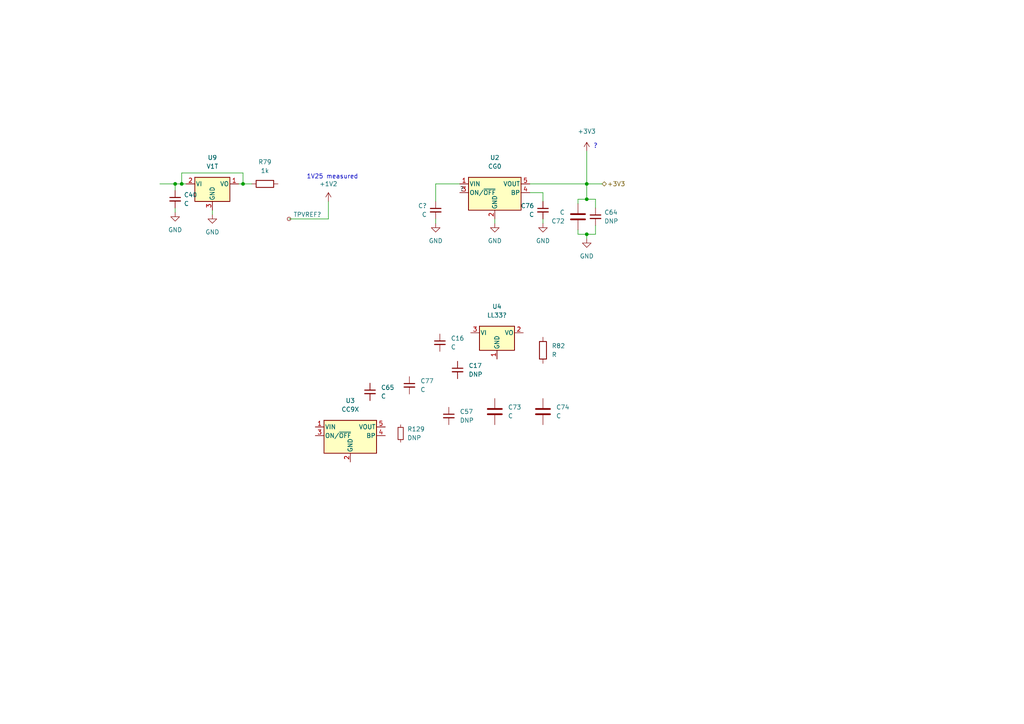
<source format=kicad_sch>
(kicad_sch (version 20230121) (generator eeschema)
  (paper "A4")
  (lib_symbols
    (symbol "Connector:TestPoint_Small" (pin_numbers hide) (pin_names (offset 0.762) hide)
      (property "Reference" "TP" (at 0 3.81 0))
      (property "Value" "TestPoint_Small" (at 0 2.032 0))
      (symbol "TestPoint_Small_0_1"
        (circle (center 0 0) (radius 0.508))
      )
      (symbol "TestPoint_Small_1_1"
        (pin passive line (at 0 0 90) (length 0) (name "1") (number "1"))
      )
    )
    (symbol "Device:C" (pin_numbers hide) (pin_names (offset 0.254))
      (property "Reference" "C" (at 0.635 2.54 0))
      (property "Value" "C" (at 0.635 -2.54 0))
      (symbol "C_0_1"
        (polyline (pts (xy -2.032 -0.762) (xy 2.032 -0.762)) (stroke (width 0.508)))
        (polyline (pts (xy -2.032 0.762) (xy 2.032 0.762)) (stroke (width 0.508)))
      )
      (symbol "C_1_1"
        (pin passive line (at 0 3.81 270) (length 2.794) (name "~") (number "1"))
        (pin passive line (at 0 -3.81 90) (length 2.794) (name "~") (number "2"))
      )
    )
    (symbol "Device:C_Small" (pin_numbers hide) (pin_names (offset 0.254) hide)
      (property "Reference" "C" (at 0.254 1.778 0))
      (property "Value" "C_Small" (at 0.254 -2.032 0))
      (symbol "C_Small_0_1"
        (polyline (pts (xy -1.524 -0.508) (xy 1.524 -0.508)) (stroke (width 0.3302)))
        (polyline (pts (xy -1.524 0.508) (xy 1.524 0.508)) (stroke (width 0.3048)))
      )
      (symbol "C_Small_1_1"
        (pin passive line (at 0 2.54 270) (length 2.032) (name "~") (number "1"))
        (pin passive line (at 0 -2.54 90) (length 2.032) (name "~") (number "2"))
      )
    )
    (symbol "Device:R" (pin_numbers hide) (pin_names (offset 0))
      (property "Reference" "R" (at 2.032 0 90))
      (property "Value" "R" (at 0 0 90))
      (symbol "R_0_1"
        (rectangle (start -1.016 -2.54) (end 1.016 2.54) (stroke (width 0.254)))
      )
      (symbol "R_1_1"
        (pin passive line (at 0 3.81 270) (length 1.27) (name "~") (number "1"))
        (pin passive line (at 0 -3.81 90) (length 1.27) (name "~") (number "2"))
      )
    )
    (symbol "Device:R_Small" (pin_numbers hide) (pin_names (offset 0.254) hide)
      (property "Reference" "R" (at 0.762 0.508 0))
      (property "Value" "R_Small" (at 0.762 -1.016 0))
      (symbol "R_Small_0_1"
        (rectangle (start -0.762 1.778) (end 0.762 -1.778) (stroke (width 0.2032)))
      )
      (symbol "R_Small_1_1"
        (pin passive line (at 0 2.54 270) (length 0.762) (name "~") (number "1"))
        (pin passive line (at 0 -2.54 90) (length 0.762) (name "~") (number "2"))
      )
    )
    (symbol "Regulator_Linear:AMS1117CD-3.3" (pin_names (offset 0.254))
      (property "Reference" "U" (at -3.81 3.175 0))
      (property "Value" "AMS1117CD-3.3" (at 0 3.175 0))
      (symbol "AMS1117CD-3.3_0_1"
        (rectangle (start -5.08 -5.08) (end 5.08 1.905) (stroke (width 0.254)) (fill (type background)))
      )
      (symbol "AMS1117CD-3.3_1_1"
        (pin power_in line (at 0 -7.62 90) (length 2.54) (name "GND") (number "1"))
        (pin power_out line (at 7.62 0 180) (length 2.54) (name "VO") (number "2"))
        (pin power_in line (at -7.62 0 0) (length 2.54) (name "VI") (number "3"))
      )
    )
    (symbol "Regulator_Linear:LM3480-3.3" (pin_names (offset 0.254))
      (property "Reference" "U" (at -3.81 3.175 0))
      (property "Value" "LM3480-3.3" (at 0 3.175 0))
      (symbol "LM3480-3.3_0_1"
        (rectangle (start -5.08 1.905) (end 5.08 -5.08) (stroke (width 0.254)) (fill (type background)))
      )
      (symbol "LM3480-3.3_1_1"
        (pin power_out line (at 7.62 0 180) (length 2.54) (name "VO") (number "1"))
        (pin power_in line (at -7.62 0 0) (length 2.54) (name "VI") (number "2"))
        (pin power_in line (at 0 -7.62 90) (length 2.54) (name "GND") (number "3"))
      )
    )
    (symbol "Regulator_Linear:LP2985-1.8" (pin_names (offset 0.254))
      (property "Reference" "U" (at -6.35 5.715 0))
      (property "Value" "LP2985-1.8" (at 0 5.715 0))
      (symbol "LP2985-1.8_0_1"
        (rectangle (start -7.62 -5.08) (end 7.62 4.445) (stroke (width 0.254)) (fill (type background)))
      )
      (symbol "LP2985-1.8_1_1"
        (pin power_in line (at -10.16 2.54 0) (length 2.54) (name "VIN") (number "1"))
        (pin power_in line (at 0 -7.62 90) (length 2.54) (name "GND") (number "2"))
        (pin input line (at -10.16 0 0) (length 2.54) (name "ON/~{OFF}") (number "3"))
        (pin input line (at 10.16 0 180) (length 2.54) (name "BP") (number "4"))
        (pin power_out line (at 10.16 2.54 180) (length 2.54) (name "VOUT") (number "5"))
      )
    )
    (symbol "power:+1V2" (power) (pin_names (offset 0))
      (property "Value" "+1V2" (at 0 3.556 0))
      (symbol "+1V2_0_1"
        (polyline (pts (xy -0.762 1.27) (xy 0 2.54)))
        (polyline (pts (xy 0 0) (xy 0 2.54)))
        (polyline (pts (xy 0 2.54) (xy 0.762 1.27)))
      )
      (symbol "+1V2_1_1"
        (pin power_in line (at 0 0 90) (length 0) hide (name "+1V2") (number "1"))
      )
    )
    (symbol "power:+3V3" (power) (pin_names (offset 0))
      (property "Value" "+3V3" (at 0 3.556 0))
      (symbol "+3V3_0_1"
        (polyline (pts (xy -0.762 1.27) (xy 0 2.54)))
        (polyline (pts (xy 0 0) (xy 0 2.54)))
        (polyline (pts (xy 0 2.54) (xy 0.762 1.27)))
      )
      (symbol "+3V3_1_1"
        (pin power_in line (at 0 0 90) (length 0) hide (name "+3V3") (number "1"))
      )
    )
    (symbol "power:GND" (power) (pin_names (offset 0))
      (property "Value" "GND" (at 0 -3.81 0))
      (symbol "GND_0_1"
        (polyline (pts (xy 0 0) (xy 0 -1.27) (xy 1.27 -1.27) (xy 0 -2.54) (xy -1.27 -1.27) (xy 0 -1.27)))
      )
      (symbol "GND_1_1"
        (pin power_in line (at 0 0 270) (length 0) hide (name "GND") (number "1"))
      )
    )
  )
  (junction (at 170.18 67.945))
  (junction (at 52.705 53.34))
  (junction (at 170.18 53.34))
  (junction (at 170.18 57.785))
  (junction (at 70.485 53.34))
  (junction (at 50.8 53.34))
  (wire (pts (xy 70.485 53.34) (xy 73.025 53.34)))
  (wire (pts (xy 126.365 58.42) (xy 126.365 53.34)))
  (wire (pts (xy 170.18 57.785) (xy 170.18 53.34)))
  (wire (pts (xy 153.67 53.34) (xy 170.18 53.34)))
  (wire (pts (xy 70.485 50.165) (xy 70.485 53.34)))
  (wire (pts (xy 167.64 59.055) (xy 167.64 57.785)))
  (wire (pts (xy 46.355 53.34) (xy 50.8 53.34)))
  (wire (pts (xy 50.8 53.34) (xy 50.8 55.245)))
  (wire (pts (xy 170.18 67.945) (xy 167.64 67.945)))
  (wire (pts (xy 61.595 60.96) (xy 61.595 62.23)))
  (wire (pts (xy 170.18 53.34) (xy 174.625 53.34)))
  (wire (pts (xy 143.51 63.5) (xy 143.51 64.77)))
  (wire (pts (xy 167.64 67.945) (xy 167.64 66.675)))
  (wire (pts (xy 53.975 53.34) (xy 52.705 53.34)))
  (wire (pts (xy 52.705 50.165) (xy 70.485 50.165)))
  (wire (pts (xy 172.72 67.945) (xy 172.72 65.405)))
  (wire (pts (xy 157.48 58.42) (xy 157.48 55.88)))
  (wire (pts (xy 126.365 63.5) (xy 126.365 64.77)))
  (wire (pts (xy 50.8 53.34) (xy 52.705 53.34)))
  (wire (pts (xy 70.485 53.34) (xy 69.215 53.34)))
  (wire (pts (xy 170.18 53.34) (xy 170.18 43.815)))
  (wire (pts (xy 157.48 55.88) (xy 153.67 55.88)))
  (wire (pts (xy 172.72 60.325) (xy 172.72 57.785)))
  (wire (pts (xy 83.82 63.5) (xy 95.25 63.5)))
  (wire (pts (xy 52.705 53.34) (xy 52.705 50.165)))
  (wire (pts (xy 50.8 60.325) (xy 50.8 61.595)))
  (wire (pts (xy 95.25 58.42) (xy 95.25 63.5)))
  (wire (pts (xy 157.48 63.5) (xy 157.48 64.77)))
  (wire (pts (xy 170.18 57.785) (xy 172.72 57.785)))
  (wire (pts (xy 172.72 67.945) (xy 170.18 67.945)))
  (wire (pts (xy 126.365 53.34) (xy 133.35 53.34)))
  (wire (pts (xy 170.18 67.945) (xy 170.18 69.215)))
  (wire (pts (xy 167.64 57.785) (xy 170.18 57.785)))
  (text "?" (at 172.085 43.18 0) (effects (font (size 1.27 1.27)) (justify left bottom)))
  (text "1V25 measured" (at 88.9 52.07 0) (effects (font (size 1.27 1.27)) (justify left bottom)))
  (label "?" (at 133.35 55.88 0))
  (hierarchical_label "+3V3" (shape bidirectional) (at 174.625 53.34 0))
  (symbol (lib_id "power:GND") (at 170.18 69.215 0) (unit 1)
    (property "Reference" "#PWR?" (effects hide))
    (property "Value" "GND" (at 170.18 74.295 0))
  )
  (symbol (lib_id "Device:C_Small") (at 107.315 113.665 0) (unit 1)
    (property "Reference" "C65" (at 110.49 112.4012 0) (effects (justify left)))
    (property "Value" "C" (at 110.49 114.9412 0) (effects (justify left)))
  )
  (symbol (lib_id "Connector:TestPoint_Small") (at 83.82 63.5 0) (unit 1)
    (property "Reference" "TPVREF?" (at 85.09 62.2299 0) (effects (justify left)))
    (property "Value" "TestPoint_Small" (effects hide))
  )
  (symbol (lib_id "Device:R") (at 157.48 101.6 0) (unit 1)
    (property "Reference" "R82" (at 160.02 100.3299 0) (effects (justify left)))
    (property "Value" "R" (at 160.02 102.8699 0) (effects (justify left)))
  )
  (symbol (lib_id "Device:C_Small") (at 126.365 60.96 0) (mirror y) (unit 1)
    (property "Reference" "C?" (at 123.825 59.6962 0) (effects (justify left)))
    (property "Value" "C" (at 123.825 62.2362 0) (effects (justify left)))
  )
  (symbol (lib_id "Device:R_Small") (at 116.205 125.73 0) (unit 1)
    (property "Reference" "R129" (at 118.11 124.4599 0) (effects (justify left)))
    (property "Value" "DNP" (at 118.11 126.9999 0) (effects (justify left)))
  )
  (symbol (lib_id "Device:C_Small") (at 132.715 107.315 0) (unit 1)
    (property "Reference" "C17" (at 135.89 106.0512 0) (effects (justify left)))
    (property "Value" "DNP" (at 135.89 108.5912 0) (effects (justify left)))
  )
  (symbol (lib_id "Device:C") (at 143.51 119.38 0) (unit 1)
    (property "Reference" "C73" (at 147.32 118.1099 0) (effects (justify left)))
    (property "Value" "C" (at 147.32 120.6499 0) (effects (justify left)))
  )
  (symbol (lib_id "Device:R") (at 76.835 53.34 90) (unit 1)
    (property "Reference" "R79" (at 76.835 46.99 90))
    (property "Value" "1k" (at 76.835 49.53 90))
  )
  (symbol (lib_id "Device:C_Small") (at 50.8 57.785 0) (unit 1)
    (property "Reference" "C40" (at 53.34 56.5212 0) (effects (justify left)))
    (property "Value" "C" (at 53.34 59.0612 0) (effects (justify left)))
  )
  (symbol (lib_id "Regulator_Linear:LP2985-1.8") (at 143.51 55.88 0) (unit 1)
    (property "Reference" "U2" (at 143.51 45.72 0))
    (property "Value" "CG0" (at 143.51 48.26 0))
    (property "Footprint" "Package_TO_SOT_SMD:SOT-23-5" (effects hide))
    (property "Datasheet" "http://www.ti.com/lit/ds/symlink/lp2985.pdf" (effects hide))
  )
  (symbol (lib_id "Device:C") (at 157.48 119.38 0) (unit 1)
    (property "Reference" "C74" (at 161.29 118.1099 0) (effects (justify left)))
    (property "Value" "C" (at 161.29 120.6499 0) (effects (justify left)))
  )
  (symbol (lib_id "Device:C_Small") (at 172.72 62.865 0) (unit 1)
    (property "Reference" "C64" (at 175.26 61.6012 0) (effects (justify left)))
    (property "Value" "DNP" (at 175.26 64.1412 0) (effects (justify left)))
  )
  (symbol (lib_id "power:+1V2") (at 95.25 58.42 0) (unit 1)
    (property "Reference" "#PWR?" (effects hide))
    (property "Value" "+1V2" (at 95.25 53.34 0))
  )
  (symbol (lib_id "Regulator_Linear:LP2985-1.8") (at 101.6 126.365 0) (unit 1)
    (property "Reference" "U3" (at 101.6 116.205 0))
    (property "Value" "CC9X" (at 101.6 118.745 0))
    (property "Footprint" "Package_TO_SOT_SMD:SOT-23-5" (effects hide))
    (property "Datasheet" "http://www.ti.com/lit/ds/symlink/lp2985.pdf" (effects hide))
  )
  (symbol (lib_id "power:GND") (at 157.48 64.77 0) (unit 1)
    (property "Reference" "#PWR?" (effects hide))
    (property "Value" "GND" (at 157.48 69.85 0))
  )
  (symbol (lib_id "Device:C_Small") (at 130.175 120.65 0) (unit 1)
    (property "Reference" "C57" (at 133.35 119.3862 0) (effects (justify left)))
    (property "Value" "DNP" (at 133.35 121.9262 0) (effects (justify left)))
  )
  (symbol (lib_id "Regulator_Linear:AMS1117CD-3.3") (at 144.145 96.52 0) (unit 1)
    (property "Reference" "U4" (at 144.145 88.9 0))
    (property "Value" "LL33?" (at 144.145 91.44 0))
    (property "Footprint" "Package_TO_SOT_SMD:TO-252-3_TabPin2" (effects hide))
    (property "Datasheet" "http://www.advanced-monolithic.com/pdf/ds1117.pdf" (effects hide))
  )
  (symbol (lib_id "Device:C_Small") (at 157.48 60.96 0) (mirror y) (unit 1)
    (property "Reference" "C76" (at 154.94 59.6962 0) (effects (justify left)))
    (property "Value" "C" (at 154.94 62.2362 0) (effects (justify left)))
  )
  (symbol (lib_id "Device:C_Small") (at 118.745 111.76 0) (unit 1)
    (property "Reference" "C77" (at 121.92 110.4962 0) (effects (justify left)))
    (property "Value" "C" (at 121.92 113.0362 0) (effects (justify left)))
  )
  (symbol (lib_id "power:GND") (at 61.595 62.23 0) (unit 1)
    (property "Reference" "#PWR?" (effects hide))
    (property "Value" "GND" (at 61.595 67.31 0))
  )
  (symbol (lib_id "power:+3V3") (at 170.18 43.815 0) (unit 1)
    (property "Reference" "#PWR?" (effects hide))
    (property "Value" "+3V3" (at 170.18 38.1 0))
  )
  (symbol (lib_id "Regulator_Linear:LM3480-3.3") (at 61.595 53.34 0) (unit 1)
    (property "Reference" "U9" (at 61.595 45.72 0))
    (property "Value" "V1T" (at 61.595 48.26 0))
    (property "Footprint" "Package_TO_SOT_SMD:TO-252-2" (effects hide))
    (property "Datasheet" "http://www.ti.com/lit/ds/symlink/lm3480.pdf" (effects hide))
  )
  (symbol (lib_id "Device:C") (at 167.64 62.865 0) (mirror x) (unit 1)
    (property "Reference" "C72" (at 163.83 64.1351 0) (effects (justify right)))
    (property "Value" "C" (at 163.83 61.5951 0) (effects (justify right)))
  )
  (symbol (lib_id "power:GND") (at 126.365 64.77 0) (mirror y) (unit 1)
    (property "Reference" "#PWR?" (effects hide))
    (property "Value" "GND" (at 126.365 69.85 0))
  )
  (symbol (lib_id "power:GND") (at 50.8 61.595 0) (unit 1)
    (property "Reference" "#PWR?" (effects hide))
    (property "Value" "GND" (at 50.8 66.675 0))
  )
  (symbol (lib_id "power:GND") (at 143.51 64.77 0) (unit 1)
    (property "Reference" "#PWR?" (effects hide))
    (property "Value" "GND" (at 143.51 69.85 0))
  )
  (symbol (lib_id "Device:C_Small") (at 127.5792 99.4 0) (unit 1)
    (property "Reference" "C16" (at 130.7542 98.1362 0) (effects (justify left)))
    (property "Value" "C" (at 130.7542 100.6762 0) (effects (justify left)))
  )
)
</source>
